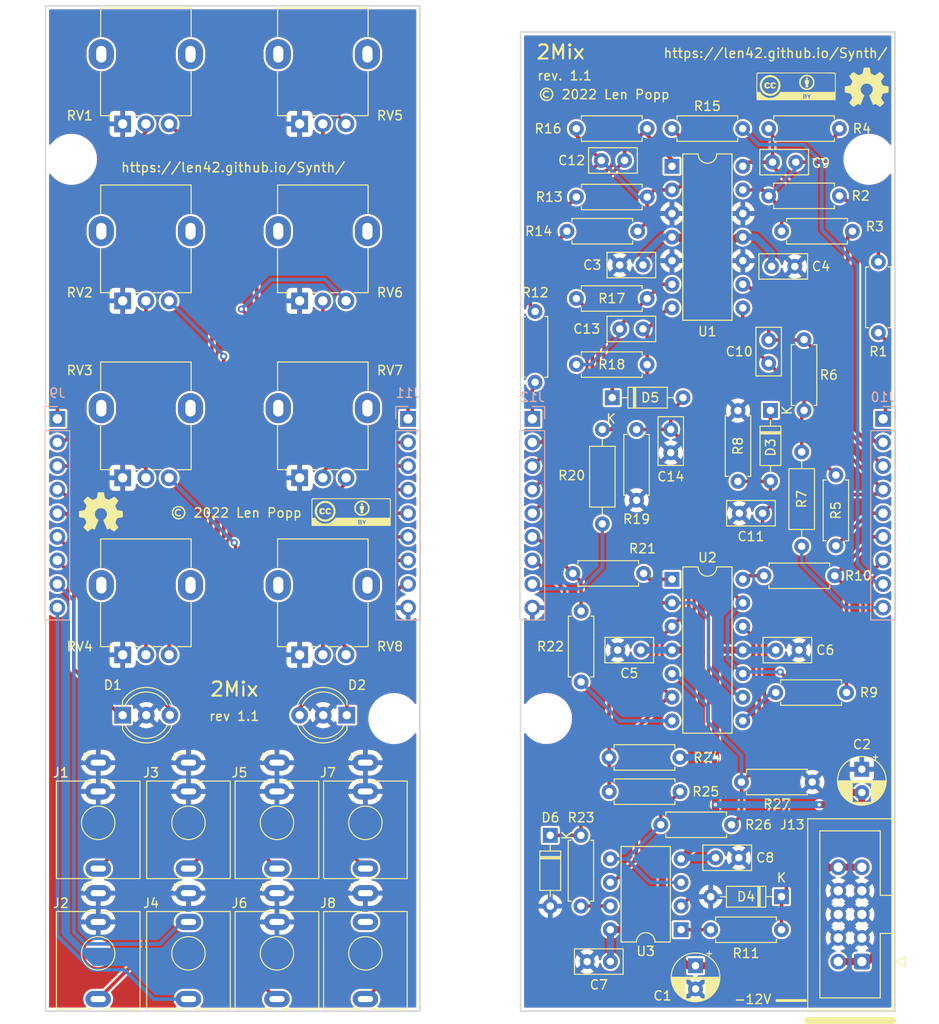
<source format=kicad_pcb>
(kicad_pcb (version 20211014) (generator pcbnew)
  (title_block (title "Eurorack Dual Mixer") (date "2022-06-20") (rev "1.1") (company "Len Popp") (comment 1 "Copyright © 2022 Len Popp CC BY") (comment 2 "Front panel layout matches 8HP Delptronics Module Construction Set") (comment 3 "Board settings comply with requirements of OSH Park https://oshpark.com/") (comment 4 "Eurorack 2-channel 3:1 mixer module - 8HP"))
  (layers (0 "F.Cu" signal) (31 "B.Cu" signal) (36 "B.SilkS" user "B.Silkscreen") (37 "F.SilkS" user "F.Silkscreen") (38 "B.Mask" user) (39 "F.Mask" user) (44 "Edge.Cuts" user))
  (net 0 "")
  (net 1 "+12V")
  (net 2 "GND")
  (net 3 "-12V")
  (net 4 "GAIN-1")
  (net 5 "Net-(C9-Pad1)")
  (net 6 "Net-(C10-Pad2)")
  (net 7 "OUT-1")
  (net 8 "Net-(C10-Pad1)")
  (net 9 "Net-(C11-Pad1)")
  (net 10 "GAIN-2")
  (net 11 "Net-(C12-Pad1)")
  (net 12 "Net-(C13-Pad2)")
  (net 13 "Net-(C13-Pad1)")
  (net 14 "Net-(C14-Pad1)")
  (net 15 "LED-RED-1")
  (net 16 "LED-GREEN-1")
  (net 17 "OUT-2")
  (net 18 "LED-RED-2")
  (net 19 "LED-GREEN-2")
  (net 20 "IN-1-1")
  (net 21 "IN-1-2")
  (net 22 "IN-1-3")
  (net 23 "OUT-1-NORMAL")
  (net 24 "IN-2-1")
  (net 25 "IN-2-2")
  (net 27 "IN-2-3")
  (net 28 "IN-ATTEN-1-1")
  (net 29 "IN-ATTEN-1-2")
  (net 30 "IN-ATTEN-1-3")
  (net 31 "GAIN-ATTEN-1")
  (net 32 "IN-ATTEN-2-1")
  (net 33 "IN-ATTEN-2-2")
  (net 34 "IN-ATTEN-2-3")
  (net 35 "GAIN-ATTEN-2")
  (net 36 "Net-(R9-Pad1)")
  (net 37 "Net-(R10-Pad1)")
  (net 38 "Net-(R11-Pad1)")
  (net 39 "Net-(R21-Pad1)")
  (net 40 "Net-(R22-Pad1)")
  (net 41 "Net-(R23-Pad1)")
  (net 42 "VREF-5")
  (net 43 "VREF-4")
  (net 44 "VREF-LO")
  (footprint "-lmp-misc:CP_Radial_D5.0mm_P2.50mm" (layer "F.Cu") (at 170.307 140.145888 -90)
    (fp_text reference "C1")
    (fp_text value "10U")
  )
  (footprint "-lmp-synth:Jack_3.5mm_QingPu_WQP-PJ398SM_Vertical" (layer "F.Cu") (at 134.7675 132.334)
    (fp_text reference "J8")
    (fp_text value "WQP-PJ398")
  )
  (footprint "-lmp-misc:CP_Radial_D5.0mm_P2.50mm" (layer "F.Cu") (at 188.214 118.999 -90)
    (fp_text reference "C2")
    (fp_text value "10U")
  )
  (footprint "-lmp-synth:Jack_3.5mm_QingPu_WQP-PJ398SM_Vertical" (layer "F.Cu") (at 106 118.2878)
    (fp_text reference "J1")
    (fp_text value "WQP-PJ398")
  )
  (footprint "-lmp-synth:Potentiometer_Alpha_RD901F-40-00D_Single_Vertical" (layer "F.Cu") (at 108.6358 68.58 90)
    (fp_text reference "RV2")
    (fp_text value "100K")
  )
  (footprint "-lmp-synth:Potentiometer_Alpha_RD901F-40-00D_Single_Vertical" (layer "F.Cu") (at 108.6358 106.68 90)
    (fp_text reference "RV4")
    (fp_text value "100K")
  )
  (footprint "-lmp-synth:Potentiometer_Alpha_RD901F-40-00D_Single_Vertical" (layer "F.Cu") (at 127.6858 68.58 90)
    (fp_text reference "RV6")
    (fp_text value "100K")
  )
  (footprint "-lmp-synth:Potentiometer_Alpha_RD901F-40-00D_Single_Vertical" (layer "F.Cu") (at 127.6858 106.68 90)
    (fp_text reference "RV8")
    (fp_text value "100K")
  )
  (footprint "-lmp-synth:Potentiometer_Alpha_RD901F-40-00D_Single_Vertical" (layer "F.Cu") (at 108.6358 87.63 90)
    (fp_text reference "RV3")
    (fp_text value "100K")
  )
  (footprint "-lmp-synth:Potentiometer_Alpha_RD901F-40-00D_Single_Vertical" (layer "F.Cu") (at 108.6358 49.53 90)
    (fp_text reference "RV1")
    (fp_text value "100K")
  )
  (footprint "-lmp-synth:Potentiometer_Alpha_RD901F-40-00D_Single_Vertical" (layer "F.Cu") (at 127.6858 49.53 90)
    (fp_text reference "RV5")
    (fp_text value "100K")
  )
  (footprint "-lmp-misc:Logo_CC_BY" (layer "F.Cu") (at 181.126 45.481)
    (fp_text reference "G1" hide)
    (fp_text value "Logo_CC_BY" hide)
  )
  (footprint "-lmp-holes:MountingHole_PCB_3.2mm_M3" (layer "F.Cu") (at 188.976 53.34)
    (fp_text reference "H4" hide)
    (fp_text value "MountingHole_M3")
  )
  (footprint "-lmp-holes:MountingHole_PCB_3.2mm_M3" (layer "F.Cu") (at 103.124 53.34)
    (fp_text reference "H2" hide)
    (fp_text value "MountingHole_M3")
  )
  (footprint "-lmp-holes:MountingHole_PCB_3.2mm_M3" (layer "F.Cu") (at 137.836 113.538)
    (fp_text reference "H7" hide)
    (fp_text value "MountingHole_M3")
  )
  (footprint "-lmp-holes:MountingHole_PCB_3.2mm_M3" (layer "F.Cu") (at 154.264 113.538)
    (fp_text reference "H9" hide)
    (fp_text value "MountingHole_M3")
  )
  (footprint "-lmp-synth:IDC-Header-Eurorack-10-TH" (layer "F.Cu") (at 188.214 139.7 180)
    (fp_text reference "J13")
    (fp_text value "Conn_Eurorack_10")
  )
  (footprint "-lmp-synth:Jack_3.5mm_QingPu_WQP-PJ398SM_Vertical" (layer "F.Cu") (at 134.7675 118.2878)
    (fp_text reference "J7")
    (fp_text value "WQP-PJ398")
  )
  (footprint "-lmp-synth:Jack_3.5mm_QingPu_WQP-PJ398SM_Vertical" (layer "F.Cu") (at 106 132.334)
    (fp_text reference "J2")
    (fp_text value "WQP-PJ398")
  )
  (footprint "-lmp-misc:Logo_OSHW" (layer "F.Cu") (at 188.746 45.608)
    (fp_text reference "G3" hide)
    (fp_text value "Logo_OSHW" hide)
  )
  (footprint "-lmp-synth:Potentiometer_Alpha_RD901F-40-00D_Single_Vertical" (layer "F.Cu") (at 127.6858 87.63 90)
    (fp_text reference "RV7")
    (fp_text value "100K")
  )
  (footprint "-lmp-misc:Logo_CC_BY" (layer "F.Cu") (at 133.223 91.313)
    (fp_text reference "G2" hide)
    (fp_text value "Logo_CC_BY" hide)
  )
  (footprint "-lmp-misc:Logo_OSHW" (layer "F.Cu") (at 106.299 91.313)
    (fp_text reference "G4" hide)
    (fp_text value "Logo_OSHW" hide)
  )
  (footprint "-lmp-synth:Jack_3.5mm_QingPu_WQP-PJ398SM_Vertical" (layer "F.Cu") (at 125.2425 118.2878)
    (fp_text reference "J5")
    (fp_text value "WQP-PJ398")
  )
  (footprint "-lmp-synth:Jack_3.5mm_QingPu_WQP-PJ398SM_Vertical" (layer "F.Cu") (at 125.2425 132.334)
    (fp_text reference "J6")
    (fp_text value "WQP-PJ398")
  )
  (footprint "-lmp-synth:Jack_3.5mm_QingPu_WQP-PJ398SM_Vertical" (layer "F.Cu") (at 115.7175 118.2878)
    (fp_text reference "J3")
    (fp_text value "WQP-PJ398")
  )
  (footprint "-lmp-synth:Jack_3.5mm_QingPu_WQP-PJ398SM_Vertical" (layer "F.Cu") (at 115.7175 132.334)
    (fp_text reference "J4")
    (fp_text value "WQP-PJ398")
  )
  (footprint "Package_DIP:DIP-14_W7.62mm" (layer "F.Cu") (at 167.777 54.097)
    (fp_text reference "U1")
    (fp_text value "TL074")
  )
  (footprint "-lmp-misc:R_Axial_DIN0207_L6.3mm_D2.5mm_P7.62mm_Horizontal" (layer "F.Cu") (at 161 117.725)
    (fp_text reference "R24")
    (fp_text value "75K")
  )
  (footprint "-lmp-misc:C_Disc_D5.0mm_W2.5mm_P2.50mm" (layer "F.Cu") (at 181.443 106.172 180)
    (fp_text reference "C6")
    (fp_text value "100N")
  )
  (footprint "-lmp-misc:R_Axial_DIN0207_L6.3mm_D2.5mm_P7.62mm_Horizontal" (layer "F.Cu") (at 164.719 97.917 180)
    (fp_text reference "R21")
    (fp_text value "10K")
  )
  (footprint "-lmp-misc:C_Disc_D5.0mm_W2.5mm_P2.50mm" (layer "F.Cu") (at 177.526 91.44 180)
    (fp_text reference "C11")
    (fp_text value "100N")
  )
  (footprint "-lmp-misc:R_Axial_DIN0207_L6.3mm_D2.5mm_P7.62mm_Horizontal" (layer "F.Cu") (at 187.198 61.087 180)
    (fp_text reference "R3")
    (fp_text value "100K")
  )
  (footprint "LED_THT:LED_D5.0mm-3" (layer "F.Cu") (at 132.7658 113.175 180)
    (fp_text reference "D2")
    (fp_text value "LED_Dual_5mm_ACA")
  )
  (footprint "-lmp-misc:R_Axial_DIN0207_L6.3mm_D2.5mm_P7.62mm_Horizontal" (layer "F.Cu") (at 185.801 50.038 180)
    (fp_text reference "R4")
    (fp_text value "100K")
  )
  (footprint "-lmp-misc:C_Disc_D5.0mm_W2.5mm_P2.50mm" (layer "F.Cu") (at 174.966 128.524 180)
    (fp_text reference "C8")
    (fp_text value "100N")
  )
  (footprint "Diode_THT:D_DO-35_SOD27_P7.62mm_Horizontal" (layer "F.Cu") (at 178.375 80.375 -90)
    (fp_text reference "D3")
    (fp_text value "1N5711")
  )
  (footprint "LED_THT:LED_D5.0mm-3" (layer "F.Cu") (at 108.6358 113.175)
    (fp_text reference "D1")
    (fp_text value "LED_Dual_5mm_ACA")
  )
  (footprint "-lmp-misc:R_Axial_DIN0207_L6.3mm_D2.5mm_P7.62mm_Horizontal" (layer "F.Cu") (at 157.48 68.326)
    (fp_text reference "R17")
    (fp_text value "100K")
  )
  (footprint "-lmp-misc:C_Disc_D5.0mm_W2.5mm_P2.50mm" (layer "F.Cu") (at 181 64.875 180)
    (fp_text reference "C4")
    (fp_text value "100N")
  )
  (footprint "Diode_THT:D_DO-35_SOD27_P7.62mm_Horizontal" (layer "F.Cu") (at 154.666 126.111 -90)
    (fp_text reference "D6")
    (fp_text value "1N4148")
  )
  (footprint "-lmp-misc:R_Axial_DIN0207_L6.3mm_D2.5mm_P7.62mm_Horizontal" (layer "F.Cu") (at 157.988 109.601 90)
    (fp_text reference "R22")
    (fp_text value "10K")
  )
  (footprint "Diode_THT:D_DO-35_SOD27_P7.62mm_Horizontal" (layer "F.Cu") (at 161.34 79)
    (fp_text reference "D5")
    (fp_text value "1N5711")
  )
  (footprint "-lmp-misc:C_Disc_D5.0mm_W2.5mm_P2.50mm" (layer "F.Cu") (at 160.167 53.467)
    (fp_text reference "C12")
    (fp_text value "47P")
  )
  (footprint "-lmp-misc:R_Axial_DIN0207_L6.3mm_D2.5mm_P7.62mm_Horizontal" (layer "F.Cu") (at 178.943 110.744)
    (fp_text reference "R9")
    (fp_text value "10K")
  )
  (footprint "-lmp-misc:C_Disc_D5.0mm_W2.5mm_P2.50mm" (layer "F.Cu") (at 162.15 71.6)
    (fp_text reference "C13")
    (fp_text value "47P")
  )
  (footprint "-lmp-misc:R_Axial_DIN0207_L6.3mm_D2.5mm_P10.16mm_Horizontal" (layer "F.Cu") (at 181.737 84.836 -90)
    (fp_text reference "R7")
    (fp_text value "51R")
  )
  (footprint "-lmp-misc:R_Axial_DIN0207_L6.3mm_D2.5mm_P10.16mm_Horizontal" (layer "F.Cu") (at 160.274 82.423 -90)
    (fp_text reference "R19")
    (fp_text value "51R")
  )
  (footprint "Package_DIP:DIP-14_W7.62mm" (layer "F.Cu") (at 167.777 98.547)
    (fp_text reference "U2")
    (fp_text value "TL074")
  )
  (footprint "-lmp-misc:R_Axial_DIN0207_L6.3mm_D2.5mm_P7.62mm_Horizontal" (layer "F.Cu") (at 181.991 72.751 -90)
    (fp_text reference "R6")
    (fp_text value "100K")
  )
  (footprint "-lmp-misc:R_Axial_DIN0207_L6.3mm_D2.5mm_P7.62mm_Horizontal" (layer "F.Cu") (at 156.464 61.087)
    (fp_text reference "R14")
    (fp_text value "100K")
  )
  (footprint "-lmp-misc:R_Axial_DIN0207_L6.3mm_D2.5mm_P7.62mm_Horizontal" (layer "F.Cu") (at 174.879 80.391 -90)
    (fp_text reference "R8")
    (fp_text value "100K")
  )
  (footprint "-lmp-misc:C_Disc_D5.0mm_W2.5mm_P2.50mm" (layer "F.Cu") (at 164.65 64.725 180)
    (fp_text reference "C3")
    (fp_text value "100N")
  )
  (footprint "-lmp-misc:R_Axial_DIN0207_L6.3mm_D2.5mm_P7.62mm_Horizontal" (layer "F.Cu") (at 185.801 57.277 180)
    (fp_text reference "R2")
    (fp_text value "100K")
  )
  (footprint "-lmp-misc:C_Disc_D5.0mm_W2.5mm_P2.50mm" (layer "F.Cu") (at 167.64 82.423 -90)
    (fp_text reference "C14")
    (fp_text value "100N")
  )
  (footprint "-lmp-misc:R_Axial_DIN0207_L6.3mm_D2.5mm_P7.62mm_Horizontal" (layer "F.Cu") (at 175.387 50.038 180)
    (fp_text reference "R15")
    (fp_text value "100K")
  )
  (footprint "-lmp-misc:C_Disc_D5.0mm_W2.5mm_P2.50mm" (layer "F.Cu") (at 181.1 53.65 180)
    (fp_text reference "C9")
    (fp_text value "47P")
  )
  (footprint "Package_DIP:DIP-8_W7.62mm" (layer "F.Cu") (at 168.753 136.261 180)
    (fp_text reference "U3")
    (fp_text value "TL072")
  )
  (footprint "-lmp-misc:R_Axial_DIN0207_L6.3mm_D2.5mm_P7.62mm_Horizontal" (layer "F.Cu") (at 168.636 121.412 180)
    (fp_text reference "R25")
    (fp_text value "11K")
  )
  (footprint "-lmp-misc:R_Axial_DIN0207_L6.3mm_D2.5mm_P7.62mm_Horizontal" (layer "F.Cu") (at 171.938 136.271)
    (fp_text reference "R11")
    (fp_text value "4K7")
  )
  (footprint "-lmp-misc:R_Axial_DIN0207_L6.3mm_D2.5mm_P7.62mm_Horizontal" (layer "F.Cu") (at 157.48 57.404)
    (fp_text reference "R13")
    (fp_text value "100K")
  )
  (footprint "-lmp-misc:R_Axial_DIN0207_L6.3mm_D2.5mm_P7.62mm_Horizontal" (layer "F.Cu") (at 153.035 77.343 90)
    (fp_text reference "R12")
    (fp_text value "100K")
  )
  (footprint "-lmp-misc:R_Axial_DIN0207_L6.3mm_D2.5mm_P7.62mm_Horizontal" (layer "F.Cu") (at 189.992 72.009 90)
    (fp_text reference "R1")
    (fp_text value "100K")
  )
  (footprint "-lmp-misc:R_Axial_DIN0207_L6.3mm_D2.5mm_P7.62mm_Horizontal" (layer "F.Cu") (at 182.875 120.375 180)
    (fp_text reference "R27")
    (fp_text value "200R")
  )
  (footprint "-lmp-misc:C_Disc_D5.0mm_W2.5mm_P2.50mm" (layer "F.Cu") (at 178.181 72.791 -90)
    (fp_text reference "C10")
    (fp_text value "47P")
  )
  (footprint "-lmp-misc:R_Axial_DIN0207_L6.3mm_D2.5mm_P7.62mm_Horizontal" (layer "F.Cu") (at 157.48 50.038)
    (fp_text reference "R16")
    (fp_text value "100K")
  )
  (footprint "-lmp-misc:R_Axial_DIN0207_L6.3mm_D2.5mm_P7.62mm_Horizontal" (layer "F.Cu") (at 177.673 98.171)
    (fp_text reference "R10")
    (fp_text value "10K")
  )
  (footprint "-lmp-misc:R_Axial_DIN0207_L6.3mm_D2.5mm_P7.62mm_Horizontal" (layer "F.Cu") (at 157.48 75.438)
    (fp_text reference "R18")
    (fp_text value "100K")
  )
  (footprint "-lmp-misc:R_Axial_DIN0207_L6.3mm_D2.5mm_P7.62mm_Horizontal" (layer "F.Cu") (at 185.42 94.9452 90)
    (fp_text reference "R5")
    (fp_text value "100K")
  )
  (footprint "-lmp-misc:R_Axial_DIN0207_L6.3mm_D2.5mm_P7.62mm_Horizontal" (layer "F.Cu") (at 174.185 124.975 180)
    (fp_text reference "R26")
    (fp_text value "36K")
  )
  (footprint "Diode_THT:D_DO-35_SOD27_P7.62mm_Horizontal" (layer "F.Cu") (at 179.558 132.715 180)
    (fp_text reference "D4")
    (fp_text value "1N4148")
  )
  (footprint "-lmp-misc:R_Axial_DIN0207_L6.3mm_D2.5mm_P7.62mm_Horizontal" (layer "F.Cu") (at 163.957 90.043 90)
    (fp_text reference "R20")
    (fp_text value "100K")
  )
  (footprint "-lmp-misc:C_Disc_D5.0mm_W2.5mm_P2.50mm" (layer "F.Cu") (at 161.143 139.7 180)
    (fp_text reference "C7")
    (fp_text value "100N")
  )
  (footprint "-lmp-misc:R_Axial_DIN0207_L6.3mm_D2.5mm_P7.62mm_Horizontal" (layer "F.Cu") (at 157.968 133.731 90)
    (fp_text reference "R23")
    (fp_text value "4K7")
  )
  (footprint "-lmp-misc:C_Disc_D5.0mm_W2.5mm_P2.50mm" (layer "F.Cu") (at 164.425 106.172 180)
    (fp_text reference "C5")
    (fp_text value "100N")
  )
  (footprint "Connector_PinSocket_2.54mm:PinSocket_1x09_P2.54mm_Vertical" (layer "B.Cu") (at 101.6 81.28 180)
    (fp_text reference "J9")
    (fp_text value "Conn_PCB_Front")
  )
  (footprint "Connector_PinSocket_2.54mm:PinSocket_1x09_P2.54mm_Vertical" (layer "B.Cu") (at 139.36 81.28 180)
    (fp_text reference "J11")
    (fp_text value "Conn_PCB_Front")
  )
  (footprint "Connector_PinHeader_2.54mm:PinHeader_1x09_P2.54mm_Vertical" (layer "B.Cu") (at 190.5 81.28 180)
    (fp_text reference "J10")
    (fp_text value "Conn_PCB_Back")
  )
  (footprint "Connector_PinHeader_2.54mm:PinHeader_1x09_P2.54mm_Vertical" (layer "B.Cu") (at 152.74 81.28 180)
    (fp_text reference "J12")
    (fp_text value "Conn_PCB_Back")
  )
  (gr_line (start 182.1434 143.891) (end 179.07 143.891) (layer "F.SilkS") (width 0.3048))
  (gr_line (start 151.470004 145.034) (end 151.470004 39.639) (layer "Edge.Cuts") (width 0.1524))
  (gr_line (start 151.470004 39.639) (end 191.77 39.639) (layer "Edge.Cuts") (width 0.1524))
  (gr_line (start 140.629996 36.83) (end 140.629996 145.034) (layer "Edge.Cuts") (width 0.1524))
  (gr_line (start 140.629996 145.034) (end 100.33 145.034) (layer "Edge.Cuts") (width 0.1524))
  (gr_line (start 100.33 36.83) (end 140.629996 36.83) (layer "Edge.Cuts") (width 0.1524))
  (gr_line (start 191.77 145.034) (end 151.470004 145.034) (layer "Edge.Cuts") (width 0.1524))
  (gr_line (start 191.77 39.639) (end 191.77 145.034) (layer "Edge.Cuts") (width 0.1524))
  (gr_line (start 100.33 145.034) (end 100.33 36.83) (layer "Edge.Cuts") (width 0.1524))
  (gr_text "© 2022 Len Popp" (at 153.313 46.37) (layer "F.SilkS") (effects (font (size 1 1)) (justify left)))
  (gr_text "-12V" (at 178.562 143.764) (layer "F.SilkS") (effects (font (size 1 1)) (justify right)))
  (gr_text "2Mix" (at 153.059 41.798) (layer "F.SilkS") (effects (font (size 1.524 1.524) (thickness 0.2286)) (justify left)))
  (gr_text "2Mix" (at 120.65 110.38) (layer "F.SilkS") (effects (font (size 1.524 1.524) (thickness 0.2286))))
  (gr_text "rev ${REVISION}" (at 120.65 113.284) (layer "F.SilkS") (effects (font (size 1 1))))
  (gr_text "© 2022 Len Popp" (at 113.7 91.4) (layer "F.SilkS") (effects (font (size 1 1)) (justify left)))
  (gr_text "https://len42.github.io/Synth/" (at 166.775 41.925) (layer "F.SilkS") (effects (font (size 1.016 1.016) (thickness 0.1524)) (justify left)))
  (gr_text "rev. ${REVISION}" (at 153.186 44.338) (layer "F.SilkS") (effects (font (size 1 1)) (justify left)))
  (gr_text "https://len42.github.io/Synth/" (at 120.523 54.229) (layer "F.SilkS") (effects (font (size 1.016 1.016) (thickness 0.1524))))
  (segment (start 182.499 136.739) (end 182.499 131.786) (width 0.762) (layer "F.Cu") (net 1))
  (segment (start 179.092112 140.145888) (end 182.499 136.739) (width 0.762) (layer "F.Cu") (net 1))
  (segment (start 170.942 106.426) (end 170.942 123.297) (width 0.762) (layer "F.Cu") (net 1))
  (segment (start 185.674 129.54) (end 188.214 129.54) (width 0.762) (layer "F.Cu") (net 1))
  (segment (start 170.683 106.167) (end 170.942 106.426) (width 0.762) (layer "F.Cu") (net 1))
  (segment (start 184.745 129.54) (end 185.674 129.54) (width 0.762) (layer "F.Cu") (net 1))
  (segment (start 170.307 140.145888) (end 179.092112 140.145888) (width 0.762) (layer "F.Cu") (net 1))
  (segment (start 170.942 64.092) (end 168.567 61.717) (width 0.762) (layer "F.Cu") (net 1))
  (segment (start 166.233 136.261) (end 161.133 136.261) (width 0.762) (layer "F.Cu") (net 1))
  (segment (start 166.731 137.414) (end 166.731 127.508) (width 0.762) (layer "F.Cu") (net 1))
  (segment (start 168.567 61.717) (end 167.777 61.717) (width 0.762) (layer "F.Cu") (net 1))
  (segment (start 166.243 136.271) (end 166.233 136.261) (width 0.762) (layer "F.Cu") (net 1))
  (segment (start 170.942 106.426) (end 170.942 64.092) (width 0.762) (layer "F.Cu") (net 1))
  (segment (start 167.777 106.167) (end 170.683 106.167) (width 0.762) (layer "F.Cu") (net 1))
  (segment (start 166.731 127.508) (end 170.942 123.297) (width 0.762) (layer "F.Cu") (net 1))
  (segment (start 170.307 140.145888) (end 169.462888 140.145888) (width 0.762) (layer "F.Cu") (net 1))
  (segment (start 182.499 131.786) (end 184.745 129.54) (width 0.762) (layer "F.Cu") (net 1))
  (segment (start 169.462888 140.145888) (end 166.731 137.414) (width 0.762) (layer "F.Cu") (net 1))
  (segment (start 166.708 61.717) (end 167.777 61.717) (width 0.762) (layer "B.Cu") (net 1))
  (segment (start 167.777 106.167) (end 164.577 106.167) (width 0.762) (layer "B.Cu") (net 1))
  (segment (start 164.65 63.775) (end 166.708 61.717) (width 0.762) (layer "B.Cu") (net 1))
  (segment (start 161.143 139.7) (end 161.143 136.271) (width 0.762) (layer "B.Cu") (net 1))
  (segment (start 164.65 64.725) (end 164.65 63.775) (width 0.762) (layer "B.Cu") (net 1))
  (segment (start 172.466 122.789) (end 172.446 122.809) (width 0.762) (layer "F.Cu") (net 3))
  (segment (start 183.622 122.809) (end 185.293 122.809) (width 0.762) (layer "F.Cu") (net 3))
  (segment (start 172.466 64.009) (end 174.758 61.717) (width 0.762) (layer "F.Cu") (net 3))
  (segment (start 185.293 122.809) (end 186.603 121.499) (width 0.762) (layer "F.Cu") (net 3))
  (segment (start 186.603 121.499) (end 188.214 121.499) (width 0.762) (layer "F.Cu") (net 3))
  (segment (start 172.446 124.948) (end 172.446 122.809) (width 0.762) (layer "F.Cu") (net 3))
  (segment (start 188.214 139.7) (end 188.849 139.7) (width 0.762) (layer "F.Cu") (net 3))
  (segment (start 174.758 61.717) (end 175.397 61.717) (width 0.762) (layer "F.Cu") (net 3))
  (segment (start 190.5 138.049) (end 190.5 126.365) (width 0.762) (layer "F.Cu") (net 3))
  (segment (start 185.674 139.7) (end 188.214 139.7) (width 0.762) (layer "F.Cu") (net 3))
  (segment (start 188.214 121.499) (end 188.214 124.079) (width 0.762) (layer "F.Cu") (net 3))
  (segment (start 172.466 117.716) (end 172.466 122.789) (width 0.762) (layer "F.Cu") (net 3))
  (segment (start 172.466 117.716) (end 172.466 64.009) (width 0.762) (layer "F.Cu") (net 3))
  (segment (start 172.466 106.172) (end 172.466 123.952) (width 0.762) (layer "F.Cu") (net 3))
  (segment (start 188.214 124.079) (end 190.5 126.365) (width 0.762) (layer "F.Cu") (net 3))
  (segment (start 168.753 128.641) (end 172.446 124.948) (width 0.762) (layer "F.Cu") (net 3))
  (segment (start 188.849 139.7) (end 190.5 138.049) (width 0.762) (layer "F.Cu") (net 3))
  (segment (start 175.397 106.167) (end 172.471 106.167) (width 0.762) (layer "F.Cu") (net 3))
  (segment (start 172.471 106.167) (end 172.466 106.172) (width 0.762) (layer "F.Cu") (net 3))
  (via (at 172.466 117.716) (size 0.762) (drill 0.381) (layers "F.Cu" "B.Cu") (net 3))
  (via (at 183.622 122.809) (size 0.762) (drill 0.381) (layers "F.Cu" "B.Cu") (net 3))
  (via (at 172.446 122.809) (size 0.762) (drill 0.381) (layers "F.Cu" "B.Cu") (net 3))
  (segment (start 178.5 63.425) (end 178.5 64.875) (width 0.762) (layer "B.Cu") (net 3))
  (segment (start 176.792 61.717) (end 178.5 63.425) (width 0.762) (layer "B.Cu") (net 3))
  (segment (start 172.466 128.524) (end 168.87 128.524) (width 0.762) (layer "B.Cu") (net 3))
  (segment (start 168.62 117.725) (end 172.457 117.725) (width 0.762) (layer "B.Cu") (net 3))
  (segment (start 172.446 122.809) (end 183.622 122.809) (width 0.762) (layer "B.Cu") (net 3))
  (segment (start 175.397 61.717) (end 176.792 61.717) (width 0.762) (layer "B.Cu") (net 3))
  (segment (start 178.943 106.172) (end 175.402 106.172) (width 0.762) (layer "B.Cu") (net 3))
  (segment (start 172.457 117.725) (end 172.466 117.716) (width 0.762) (layer "B.Cu") (net 3))
  (segment (start 189.25 89.375) (end 190.025 89.375) (width 0.381) (layer "F.Cu") (net 4))
  (segment (start 113.6358 100.6818) (end 101.854 88.9) (width 0.381) (layer "F.Cu") (net 4))
  (segment (start 178.6 53.65) (end 175.844 53.65) (width 0.381) (layer "F.Cu") (net 4))
  (segment (start 190.025 89.375) (end 190.5 88.9) (width 0.381) (layer "F.Cu") (net 4))
  (segment (start 185.0136 83.4136) (end 190.5 88.9) (width 0.381) (layer "F.Cu") (net 4))
  (segment (start 185.0136 64.9136) (end 185.0136 83.4136) (width 0.381) (layer "F.Cu") (net 4))
  (segment (start 189.2 89.425) (end 189.25 89.375) (width 0.381) (layer "F.Cu") (net 4))
  (segment (start 113.6358 106.68) (end 113.6358 100.6818) (width 0.381) (layer "F.Cu") (net 4))
  (segment (start 178.375 80.375) (end 178.375 85) (width 0.381) (layer "F.Cu") (net 4))
  (segment (start 182.8 89.425) (end 189.2 89.425) (width 0.381) (layer "F.Cu") (net 4))
  (segment (start 178.375 85) (end 182.8 89.425) (width 0.381) (layer "F.Cu") (net 4))
  (segment (start 178.6 54.075) (end 182.274363 57.749363) (width 0.381) (layer "F.Cu") (net 4))
  (segment (start 182.274363 62.174363) (end 185.0136 64.9136) (width 0.381) (layer "F.Cu") (net 4))
  (segment (start 178.6 53.65) (end 178.6 50.457) (width 0.381) (layer "F.Cu") (net 4))
  (segment (start 182.274363 57.749363) (end 182.274363 62.174363) (width 0.381) (layer "F.Cu") (net 4))
  (segment (start 175.844 53.65) (end 175.397 54.097) (width 0.381) (layer "F.Cu") (net 4))
  (segment (start 181.1 53.65) (end 184.567498 53.65) (width 0.381) (layer "F.Cu") (net 5))
  (segment (start 179.578 58.674) (end 178.181 57.277) (width 0.381) (layer "F.Cu") (net 5))
  (segment (start 189.992 64.389) (end 189.992 59.074501) (width 0.381) (layer "F.Cu") (net 5))
  (segment (start 177.541 56.637) (end 175.397 56.637) (width 0.381) (layer "F.Cu") (net 5))
  (segment (start 185.35 50.489) (end 185.801 50.038) (width 0.381) (layer "F.Cu") (net 5))
  (segment (start 184.567498 53.65) (end 185.35 52.867498) (width 0.381) (layer "F.Cu") (net 5))
  (segment (start 185.35 52.867498) (end 185.35 50.489) (width 0.381) (layer "F.Cu") (net 5))
  (segment (start 178.181 57.277) (end 177.541 56.637) (width 0.381) (layer "F.Cu") (net 5))
  (segment (start 179.578 61.087) (end 179.578 58.674) (width 0.381) (layer "F.Cu") (net 5))
  (segment (start 184.567498 53.65) (end 189.992 59.074501) (width 0.381) (layer "F.Cu") (net 5))
  (segment (start 181.1 54.358) (end 181.1 53.65) (width 0.381) (layer "B.Cu") (net 5))
  (segment (start 178.181 57.277) (end 181.1 54.358) (width 0.381) (layer "B.Cu") (net 5))
  (segment (start 181.737 84.836) (end 181.737 80.625) (width 0.381) (layer "F.Cu") (net 6))
  (segment (start 181.991 79.101) (end 178.181 75.291) (width 0.381) (layer "F.Cu") (net 6))
  (segment (start 175.397 72.507) (end 178.181 75.291) (width 0.381) (layer "F.Cu") (net 6))
  (segment (start 181.991 80.371) (end 181.991 79.101) (width 0.381) (layer "F.Cu") (net 6))
  (segment (start 175.397 69.337) (end 175.397 72.507) (width 0.381) (layer "F.Cu") (net 6))
  (segment (start 108.824866 140.589) (end 105.283 140.589) (width 0.381) (layer "B.Cu") (net 7))
  (segment (start 111.969866 143.734) (end 108.824866 140.589) (width 0.381) (layer "B.Cu") (net 7))
  (segment (start 105.283 140.589) (end 101.6 136.906) (width 0.381) (layer "B.Cu") (net 7))
  (segment (start 186.436 101.6) (end 190.5 101.6) (width 0.381) (layer "B.Cu") (net 7))
  (segment (start 181.737 94.996) (end 181.737 96.901) (width 0.381) (layer "B.Cu") (net 7))
  (segment (start 101.6 136.906) (end 101.6 101.6) (width 0.381) (layer "B.Cu") (net 7))
  (segment (start 181.737 96.901) (end 186.436 101.6) (width 0.381) (layer "B.Cu") (net 7))
  (segment (start 115.7175 143.734) (end 111.969866 143.734) (width 0.381) (layer "B.Cu") (net 7))
  (segment (start 183.7944 74.5544) (end 181.991 72.751) (width 0.381) (layer "F.Cu") (net 8))
  (segment (start 183.7944 85.6996) (end 183.7944 74.5544) (width 0.381) (layer "F.Cu") (net 8))
  (segment (start 175.797 66.797) (end 178.181 69.181) (width 0.381) (layer "F.Cu") (net 8))
  (segment (start 178.181 72.791) (end 181.951 72.791) (width 0.381) (layer "F.Cu") (net 8))
  (segment (start 185.42 87.3252) (end 183.7944 85.6996) (width 0.381) (layer "F.Cu") (net 8))
  (segment (start 178.181 69.181) (end 178.181 72.791) (width 0.381) (layer "F.Cu") (net 8))
  (segment (start 175.225 130.575) (end 171.899 130.575) (width 0.381) (layer "F.Cu") (net 9))
  (segment (start 173.736 96.4184) (end 173.736 99.426) (width 0.381) (layer "F.Cu") (net 9))
  (segment (start 177.526 91.44) (end 177.526 92.6284) (width 0.381) (layer "F.Cu") (net 9))
  (segment (start 180.8 111.6) (end 178.5 113.9) (width 0.381) (layer "F.Cu") (net 9))
  (segment (start 178.375 90.591) (end 178.375 87.995) (width 0.381) (layer "F.Cu") (net 9))
  (segment (start 171.899 130.575) (end 168.753 133.721) (width 0.381) (layer "F.Cu") (net 9))
  (segment (start 179.425 108.525) (end 180.8 109.9) (width 0.381) (layer "F.Cu") (net 9))
  (segment (start 178.5 127.3) (end 175.225 130.575) (width 0.381) (layer "F.Cu") (net 9))
  (segment (start 180.8 109.9) (end 180.8 111.6) (width 0.381) (layer "F.Cu") (net 9))
  (segment (start 177.526 91.44) (end 178.375 90.591) (width 0.381) (layer "F.Cu") (net 9))
  (segment (start 178.5 113.9) (end 178.5 127.3) (width 0.381) (layer "F.Cu") (net 9))
  (segment (start 174.879 88.011) (end 178.359 88.011) (width 0.381) (layer "F.Cu") (net 9))
  (segment (start 173.736 99.426) (end 175.397 101.087) (width 0.381) (layer "F.Cu") (net 9))
  (segment (start 177.526 92.6284) (end 173.736 96.4184) (width 0.381) (layer "F.Cu") (net 9))
  (via (at 179.425 108.525) (size 0.762) (drill 0.381) (layers "F.Cu" "B.Cu") (net 9))
  (segment (start 175.307 108.707) (end 173.75 107.15) (width 0.381) (layer "B.Cu") (net 9))
  (segment (start 173.75 102.734) (end 175.397 101.087) (width 0.381) (layer "B.Cu") (net 9))
  (segment (start 173.75 107.15) (end 173.75 102.734) (width 0.381) (layer "B.Cu") (net 9))
  (segment (start 179.425 108.525) (end 175.579 108.525) (width 0.381) (layer "B.Cu") (net 9))
  (segment (start 165.1 50.725) (end 165.1 50.038) (width 0.381) (layer "F.Cu") (net 10))
  (segment (start 132.6858 105.8888) (end 130.175 103.378) (width 0.381) (layer "F.Cu") (net 10))
  (segment (start 152.74 91.44) (end 158.496 85.684) (width 0.381) (layer "F.Cu") (net 10))
  (segment (start 135.89 91.44) (end 139.36 91.44) (width 0.381) (layer "F.Cu") (net 10))
  (segment (start 158.496 85.684) (end 158.496 78.954) (width 0.381) (layer "F.Cu") (net 10))
  (segment (start 132.6858 106.68) (end 132.6858 105.8888) (width 0.381) (layer "F.Cu") (net 10))
  (segment (start 160.45 55.704) (end 162.667 53.487) (width 0.381) (layer "F.Cu") (net 10))
  (segment (start 130.175 97.155) (end 135.89 91.44) (width 0.381) (layer "F.Cu") (net 10))
  (segment (start 161.34 77.734) (end 160.528 76.922) (width 0.381) (layer "F.Cu") (net 10))
  (segment (start 161.34 79) (end 161.34 77.734) (width 0.381) (layer "F.Cu") (net 10))
  (segment (start 167.777 54.097) (end 167.777 53.402) (width 0.381) (layer "F.Cu") (net 10))
  (segment (start 158.496 78.954) (end 160.528 76.922) (width 0.381) (layer "F.Cu") (net 10))
  (segment (start 162.667 52.471) (end 162.667 53.467) (width 0.381) (layer "F.Cu") (net 10))
  (segment (start 160.45 76.844) (end 160.45 55.704) (width 0.381) (layer "F.Cu") (net 10))
  (segment (start 165.1 50.038) (end 162.667 52.471) (width 0.381) (layer "F.Cu") (net 10))
  (segment (start 160.528 76.922) (end 160.45 76.844) (width 0.381) (layer "F.Cu") (net 10))
  (segment (start 130.175 103.378) (end 130.175 97.155) (width 0.381) (layer "F.Cu") (net 10))
  (segment (start 167.777 53.402) (end 165.1 50.725) (width 0.381) (layer "F.Cu") (net 10))
  (segment (start 169.291 55.626) (end 169.291 51.562) (width 0.381) (layer "F.Cu") (net 11))
  (segment (start 165.867 56.637) (end 167.777 56.637) (width 0.381) (layer "F.Cu") (net 11))
  (segment (start 165.1 60.071) (end 164.084 61.087) (width 0.381) (layer "F.Cu") (net 11))
  (segment (start 152.527 69.215) (end 153.035 69.723) (width 0.381) (layer "F.Cu") (net 11))
  (segment (start 157.48 50.78) (end 157.48 50.038) (width 0.381) (layer "F.Cu") (net 11))
  (segment (start 160.167 53.467) (end 158.135 55.499) (width 0.381) (layer "F.Cu") (net 11))
  (segment (start 169.291 51.562) (end 167.767 50.038) (width 0.381) (layer "F.Cu") (net 11))
  (segment (start 165.1 57.404) (end 165.1 60.071) (width 0.381) (layer "F.Cu") (net 11))
  (segment (start 152.527 59.944) (end 152.527 69.215) (width 0.381) (layer "F.Cu") (net 11))
  (segment (start 168.275 56.642) (end 169.291 55.626) (width 0.381) (layer "F.Cu") (net 11))
  (segment (start 165.1 57.404) (end 165.867 56.637) (width 0.381) (layer "F.Cu") (net 11))
  (segment (start 156.972 55.499) (end 152.527 59.944) (width 0.381) (layer "F.Cu") (net 11))
  (segment (start 160.167 53.467) (end 157.48 50.78) (width 0.381) (layer "F.Cu") (net 11))
  (segment (start 158.135 55.499) (end 156.972 55.499) (width 0.381) (layer "F.Cu") (net 11))
  (segment (start 164.104 57.404) (end 165.1 57.404) (width 0.381) (layer "B.Cu") (net 11))
  (segment (start 160.167 53.467) (end 164.104 57.404) (width 0.381) (layer "B.Cu") (net 11))
  (segment (start 165.1 75.438) (end 165.1 71.668) (width 0.381) (layer "F.Cu") (net 12))
  (segment (start 167.388 69.337) (end 165.125 71.6) (width 0.381) (layer "F.Cu") (net 12))
  (segment (start 160.274 82.423) (end 161.177 82.423) (width 0.381) (layer "F.Cu") (net 12))
  (segment (start 161.177 82.423) (end 165.1 78.5) (width 0.381) (layer "F.Cu") (net 12))
  (segment (start 165.1 78.5) (end 165.1 75.438) (width 0.381) (layer "F.Cu") (net 12))
  (segment (start 165.1 68.326) (end 166.629 66.797) (width 0.381) (layer "F.Cu") (net 13))
  (segment (start 165.1 68.326) (end 162.56 70.866) (width 0.381) (layer "F.Cu") (net 13))
  (segment (start 166.629 66.797) (end 167.777 66.797) (width 0.381) (layer "F.Cu") (net 13))
  (segment (start 162.56 70.866) (end 162.56 71.882) (width 0.381) (layer "F.Cu") (net 13))
  (segment (start 157.48 75.438) (end 159.004 75.438) (width 0.381) (layer "B.Cu") (net 13))
  (segment (start 159.004 75.438) (end 162.56 71.882) (width 0.381) (layer "B.Cu") (net 13))
  (segment (start 163.937 128.651) (end 163.937 114.663) (width 0.381) (layer "F.Cu") (net 14))
  (segment (start 169.575 101.829) (end 169.575 84.358) (width 0.381) (layer "F.Cu") (net 14))
  (segment (start 169.575 84.358) (end 167.64 82.423) (width 0.381) (layer "F.Cu") (net 14))
  (segment (start 167.777 103.627) (end 169.575 101.829) (width 0.381) (layer "F.Cu") (net 14))
  (segment (start 161.407 131.181) (end 163.937 128.651) (width 0.381) (layer "F.Cu") (net 14))
  (segment (start 163.937 114.663) (end 167.353 111.247) (width 0.381) (layer "F.Cu") (net 14))
  (segment (start 167.64 82.423) (end 167.64 80.518) (width 0.381) (layer "F.Cu") (net 14))
  (segment (start 166.125 105.279) (end 167.777 103.627) (width 0.381) (layer "F.Cu") (net 14))
  (segment (start 167.777 111.247) (end 166.125 109.595) (width 0.381) (layer "F.Cu") (net 14))
  (segment (start 166.125 109.595) (end 166.125 105.279) (width 0.381) (layer "F.Cu") (net 14))
  (segment (start 167.64 82.423) (end 163.957 82.423) (width 0.381) (layer "F.Cu") (net 14))
  (segment (start 167.64 80.518) (end 169.037 79.121) (width 0.381) (layer "F.Cu") (net 14))
  (segment (start 108.35 113.175) (end 103.378 108.203) (width 0.381) (layer "F.Cu") (net 15))
  (segment (start 103.378 108.203) (end 103.378 98.298) (width 0.381) (layer "F.Cu") (net 15))
  (segment (start 103.378 98.298) (end 101.6 96.52) (width 0.381) (layer "F.Cu") (net 15))
  (segment (start 179.558 132.715) (end 179.558 136.271) (width 0.381) (layer "F.Cu") (net 15))
  (segment (start 190.5 96.52) (end 188.341 98.679) (width 0.381) (layer "F.Cu") (net 15))
  (segment (start 180.086 132.187) (end 180.086 120.015) (width 0.381) (layer "F.Cu") (net 15))
  (segment (start 188.341 98.679) (end 188.341 111.76) (width 0.381) (layer "F.Cu") (net 15))
  (segment (start 180.086 120.015) (end 188.341 111.76) (width 0.381) (layer "F.Cu") (net 15))
  (segment (start 189.484 93.98) (end 190.5 93.98) (width 0.381) (layer "F.Cu") (net 16))
  (segment (start 186.563 99.441) (end 185.293 98.171) (width 0.381) (layer "F.Cu") (net 16))
  (segment (start 104.267 106.045) (end 104.267 96.647) (width 0.381) (layer "F.Cu") (net 16))
  (segment (start 107.95 109.728) (end 104.267 106.045) (width 0.381) (layer "F.Cu") (net 16))
  (segment (start 110.978 109.728) (end 107.95 109.728) (width 0.381) (layer "F.Cu") (net 16))
  (segment (start 186.563 110.744) (end 186.563 99.441) (width 0.381) (layer "F.Cu") (net 16))
  (segment (start 104.267 96.647) (end 101.6 93.98) (width 0.381) (layer "F.Cu") (net 16))
  (segment (start 185.293 98.171) (end 189.484 93.98) (width 0.381) (layer "F.Cu") (net 16))
  (segment (start 113.7158 112.4658) (end 110.978 109.728) (width 0.381) (layer "F.Cu") (net 16))
  (segment (start 137.287 109.093) (end 137.287 100.6475) (width 0.381) (layer "F.Cu") (net 17))
  (segment (start 137.668 140.8335) (end 137.668 117.729) (width 0.381) (layer "F.Cu") (net 17))
  (segment (start 134.7675 143.734) (end 137.668 140.8335) (width 0.381) (layer "F.Cu") (net 17))
  (segment (start 137.668 117.729) (end 134.747 114.808) (width 0.381) (layer "F.Cu") (net 17))
  (segment (start 137.287 100.6475) (end 138.8745 99.06) (width 0.381) (layer "F.Cu") (net 17))
  (segment (start 134.747 114.808) (end 134.747 111.633) (width 0.381) (layer "F.Cu") (net 17))
  (segment (start 134.747 111.633) (end 137.287 109.093) (width 0.381) (layer "F.Cu") (net 17))
  (segment (start 157.988 99.568) (end 160.274 97.282) (width 0.381) (layer "B.Cu") (net 17))
  (segment (start 152.74 99.06) (end 153.248 99.568) (width 0.381) (layer "B.Cu") (net 17))
  (segment (start 160.274 92.583) (end 160.274 97.282) (width 0.381) (layer "B.Cu") (net 17))
  (segment (start 153.248 99.568) (end 157.988 99.568) (width 0.381) (layer "B.Cu") (net 17))
  (segment (start 135.89 108.204) (end 135.89 103.759) (width 0.381) (layer "F.Cu") (net 18))
  (segment (start 132.588 100.457) (end 132.588 98.044) (width 0.381) (layer "F.Cu") (net 18))
  (segment (start 156.21 110.49) (end 157.968 112.248) (width 0.381) (layer "F.Cu") (net 18))
  (segment (start 156.21 110.49) (end 156.21 99.695) (width 0.381) (layer "F.Cu") (net 18))
  (segment (start 132.588 98.044) (end 134.112 96.52) (width 0.381) (layer "F.Cu") (net 18))
  (segment (start 132.7658 113.175) (end 132.7658 111.3282) (width 0.381) (layer "F.Cu") (net 18))
  (segment (start 135.89 103.759) (end 132.588 100.457) (width 0.381) (layer "F.Cu") (net 18))
  (segment (start 132.7658 111.3282) (end 135.89 108.204) (width 0.381) (layer "F.Cu") (net 18))
  (segment (start 157.968 126.111) (end 154.666 126.111) (width 0.381) (layer "F.Cu") (net 18))
  (segment (start 134.112 96.52) (end 139.36 96.52) (width 0.381) (layer "F.Cu") (net 18))
  (segment (start 157.968 112.248) (end 157.968 126.111) (width 0.381) (layer "F.Cu") (net 18))
  (segment (start 156.21 99.695) (end 153.035 96.52) (width 0.381) (layer "F.Cu") (net 18))
  (segment (start 130.093 109.982) (end 132.207 109.982) (width 0.381) (layer "F.Cu") (net 19))
  (segment (start 131.318 97.536) (end 134.874 93.98) (width 0.381) (layer "F.Cu") (net 19))
  (segment (start 127.6858 112.3892) (end 130.093 109.982) (width 0.381) (layer "F.Cu") (net 19))
  (segment (start 134.442005 104.470005) (end 131.318 101.346) (width 0.381) (layer "F.Cu") (net 19))
  (segment (start 134.874 93.98) (end 139.36 93.98) (width 0.381) (layer "F.Cu") (net 19))
  (segment (start 157.988 101.981) (end 157.988 98.806) (width 0.381) (layer "F.Cu") (net 19))
  (segment (start 131.318 101.346) (end 131.318 97.536) (width 0.381) (layer "F.Cu") (net 19))
  (segment (start 157.988 98.806) (end 157.099 97.917) (width 0.381) (layer "F.Cu") (net 19))
  (segment (start 134.442005 107.746995) (end 134.442005 104.470005) (width 0.381) (layer "F.Cu") (net 19))
  (segment (start 157.099 97.917) (end 153.162 93.98) (width 0.381) (layer "F.Cu") (net 19))
  (segment (start 132.207 109.982) (end 134.442005 107.746995) (width 0.381) (layer "F.Cu") (net 19))
  (segment (start 127.6858 113.175) (end 127.6858 112.3892) (width 0.381) (layer "F.Cu") (net 19))
  (segment (start 118.237 82.423) (end 118.237 54.1312) (width 0.381) (layer "F.Cu") (net 20))
  (segment (start 109.347 120.777) (end 118.237 111.887) (width 0.381) (layer "F.Cu") (net 20))
  (segment (start 118.11 96.012) (end 118.11 82.55) (width 0.381) (layer "F.Cu") (net 20))
  (segment (start 118.11 82.55) (end 118.237 82.423) (width 0.381) (layer "F.Cu") (net 20))
  (segment (start 106.0242 129.6878) (end 109.347 126.365) (width 0.381) (layer "F.Cu") (net 20))
  (segment (start 118.237 96.139) (end 118.11 96.012) (width 0.381) (layer "F.Cu") (net 20))
  (segment (start 109.347 126.365) (end 109.347 120.777) (width 0.381) (layer "F.Cu") (net 20))
  (segment (start 118.237 54.1312) (end 113.6358 49.53) (width 0.381) (layer "F.Cu") (net 20))
  (segment (start 118.237 111.887) (end 118.237 96.139) (width 0.381) (layer "F.Cu") (net 20))
  (segment (start 118.364 115.316) (end 119.634 114.046) (width 0.381) (layer "F.Cu") (net 21))
  (segment (start 119.634 95.377) (end 119.253 94.996) (width 0.381) (layer "F.Cu") (net 21))
  (segment (start 118.364 124.968) (end 118.364 115.316) (width 0.381) (layer "F.Cu") (net 21))
  (segment (start 113.411 127.635) (end 115.697 127.635) (width 0.381) (layer "F.Cu") (net 21))
  (segment (start 106 143.734) (end 110.871 138.863) (width 0.381) (layer "F.Cu") (net 21))
  (segment (start 119.507 93.98) (end 119.507 74.549) (width 0.381) (layer "F.Cu") (net 21))
  (segment (start 115.697 127.635) (end 118.364 124.968) (width 0.381) (layer "F.Cu") (net 21))
  (segment (start 119.634 114.046) (end 119.634 95.377) (width 0.381) (layer "F.Cu") (net 21))
  (segment (start 110.871 130.175) (end 113.411 127.635) (width 0.381) (layer "F.Cu") (net 21))
  (segment (start 110.871 138.863) (end 110.871 130.175) (width 0.381) (layer "F.Cu") (net 21))
  (segment (start 119.253 94.996) (end 119.253 94.234) (width 0.381) (layer "F.Cu") (net 21))
  (segment (start 119.253 94.234) (end 119.507 93.98) (width 0.381) (layer "F.Cu") (net 21))
  (via (at 119.507 74.549) (size 0.762) (drill 0.381) (layers "F.Cu" "B.Cu") (net 21))
  (segment (start 119.507 74.549) (end 119.507 74.4512) (width 0.381) (layer "B.Cu") (net 21))
  (segment (start 119.507 74.4512) (end 113.6358 68.58) (width 0.381) (layer "B.Cu") (net 21))
  (segment (start 120.777 115.34775) (end 120.269 115.85575) (width 0.381) (layer "F.Cu") (net 22))
  (segment (start 120.269 125.1363) (end 115.7175 129.6878) (width 0.381) (layer "F.Cu") (net 22))
  (segment (start 120.65 94.615) (end 120.777 94.742) (width 0.381) (layer "F.Cu") (net 22))
  (segment (start 120.269 115.85575) (end 120.269 125.1363) (width 0.381) (layer "F.Cu") (net 22))
  (segment (start 120.777 94.742) (end 120.777 115.34775) (width 0.381) (layer "F.Cu") (net 22))
  (via (at 120.65 94.615) (size 0.762) (drill 0.381) (layers "F.Cu" "B.Cu") (net 22))
  (segment (start 120.65 94.615) (end 120.6208 94.615) (width 0.381) (layer "B.Cu") (net 22))
  (segment (start 120.6208 94.615) (end 113.6358 87.63) (width 0.381) (layer "B.Cu") (net 22))
  (segment (start 103.378 100.838) (end 101.6 99.06) (width 0.381) (layer "B.Cu") (net 23))
  (segment (start 187.7568 96.9264) (end 187.7568 64.8208) (width 0.381) (layer "B.Cu") (net 23))
  (segment (start 181.975 51.775) (end 177.124 51.775) (width 0.381) (layer "B.Cu") (net 23))
  (segment (start 115.01 135.434) (end 112.649 137.795) (width 0.381) (layer "B.Cu") (net 23))
  (segment (start 104.648 137.795) (end 103.378 136.525) (width 0.381) (layer "B.Cu") (net 23))
  (segment (start 189.8904 99.06) (end 187.7568 96.9264) (width 0.381) (layer "B.Cu") (net 23))
  (segment (start 112.649 137.795) (end 104.648 137.795) (width 0.381) (layer "B.Cu") (net 23))
  (segment (start 183.896 53.696) (end 181.975 51.775) (width 0.381) (layer "B.Cu") (net 23))
  (segment (start 187.7568 64.8208) (end 183.896 60.96) (width 0.381) (layer "B.Cu") (net 23))
  (segment (start 183.896 60.96) (end 183.896 53.696) (width 0.381) (layer "B.Cu") (net 23))
  (segment (start 103.378 136.525) (end 103.378 100.838) (width 0.381) (layer "B.Cu") (net 23))
  (segment (start 177.124 51.775) (end 175.387 50.038) (width 0.381) (layer "B.Cu") (net 23))
  (segment (start 125.476 46.99) (end 123.063 49.403) (width 0.381) (layer "F.Cu") (net 24))
  (segment (start 122.555 127.0003) (end 125.2425 129.6878) (width 0.381) (layer "F.Cu") (net 24))
  (segment (start 130.1458 46.99) (end 125.476 46.99) (width 0.381) (layer "F.Cu") (net 24))
  (segment (start 123.063 49.403) (end 123.063 116.205) (width 0.381) (layer "F.Cu") (net 24))
  (segment (start 132.6858 49.53) (end 130.1458 46.99) (width 0.381) (layer "F.Cu") (net 24))
  (segment (start 123.063 116.205) (end 122.555 116.713) (width 0.381) (layer "F.Cu") (net 24))
  (segment (start 122.555 116.713) (end 122.555 127.0003) (width 0.381) (layer "F.Cu") (net 24))
  (segment (start 121.92 69.977) (end 121.412 69.469) (width 0.381) (layer "F.Cu") (net 25))
  (segment (start 121.92 115.824) (end 121.92 69.977) (width 0.381) (layer "F.Cu") (net 25))
  (segment (start 121.412 139.954) (end 121.412 116.332) (width 0.381) (layer "F.Cu") (net 25))
  (segment (start 125.192 143.734) (end 121.412 139.954) (width 0.381) (layer "F.Cu") (net 25))
  (segment (start 121.412 116.332) (end 121.92 115.824) (width 0.381) (layer "F.Cu") (net 25))
  (via (at 121.412 69.469) (size 0.762) (drill 0.381) (layers "F.Cu" "B.Cu") (net 25))
  (segment (start 130.81 66.675) (end 130.81 66.7042) (width 0.381) (layer "B.Cu") (net 25))
  (segment (start 130.81 66.7042) (end 132.6858 68.58) (width 0.381) (layer "B.Cu") (net 25))
  (segment (start 124.587 66.294) (end 130.429 66.294) (width 0.381) (layer "B.Cu") (net 25))
  (segment (start 121.412 69.469) (end 124.587 66.294) (width 0.381) (layer "B.Cu") (net 25))
  (segment (start 130.429 66.294) (end 130.81 66.675) (width 0.381) (layer "B.Cu") (net 25))
  (segment (start 129.53985 118.74485) (end 125.476 114.681) (width 0.381) (layer "F.Cu") (net 27))
  (segment (start 127.762 100.838) (end 127.762 93.091) (width 0.381) (layer "F.Cu") (net 27))
  (segment (start 125.476 103.124) (end 127.762 100.838) (width 0.381) (layer "F.Cu") (net 27))
  (segment (start 127.762 93.091) (end 132.6858 88.1672) (width 0.381) (layer "F.Cu") (net 27))
  (segment (start 134.7675 129.6878) (end 129.53985 124.46015) (width 0.381) (layer "F.Cu") (net 27))
  (segment (start 125.476 114.681) (end 125.476 103.124) (width 0.381) (layer "F.Cu") (net 27))
  (segment (start 129.53985 124.46015) (end 129.53985 118.74485) (width 0.381) (layer "F.Cu") (net 27))
  (segment (start 111.1358 49.53) (end 111.1358 50.4082) (width 0.381) (layer "F.Cu") (net 28))
  (segment (start 111.1358 50.4082) (end 101.6 59.944) (width 0.381) (layer "F.Cu") (net 28))
  (segment (start 190.754 72.771) (end 189.992 72.009) (width 0.381) (layer "F.Cu") (net 28))
  (segment (start 101.6 59.944) (end 101.6 81.28) (width 0.381) (layer "F.Cu") (net 28))
  (segment (start 190.754 81.026) (end 190.754 72.771) (width 0.381) (layer "F.Cu") (net 28))
  (segment (start 103.632 82.423) (end 103.632 77.724) (width 0.381) (layer "F.Cu") (net 29))
  (segment (start 188.341 62.865) (end 188.341 82.423) (width 0.381) (layer "F.Cu") (net 29))
  (segment (start 186.055 57.277) (end 188.849 60.071) (width 0.381) (layer "F.Cu") (net 29))
  (segment (start 103.632 77.724) (end 111.1358 70.2202) (width 0.381) (layer "F.Cu") (net 29))
  (segment (start 102.235 83.82) (end 103.632 82.423) (width 0.381) (layer "F.Cu") (net 29))
  (segment (start 188.849 60.071) (end 188.849 62.357) (width 0.381) (layer "F.Cu") (net 29))
  (segment (start 111.1358 70.2202) (end 111.1358 68.58) (width 0.381) (layer "F.Cu") (net 29))
  (segment (start 189.738 83.82) (end 190.5 83.82) (width 0.381) (layer "F.Cu") (net 29))
  (segment (start 188.849 62.357) (end 188.341 62.865) (width 0.381) (layer "F.Cu") (net 29))
  (segment (start 188.341 82.423) (end 189.738 83.82) (width 0.381) (layer "F.Cu") (net 29))
  (segment (start 111.1358 87.63) (end 111.1358 86.6248) (width 0.381) (layer "F.Cu") (net 30))
  (segment (start 105.283 85.598) (end 104.521 86.36) (width 0.381) (layer "F.Cu") (net 30))
  (segment (start 111.1358 86.6248) (end 110.109 85.598) (width 0.381) (layer "F.Cu") (net 30))
  (segment (start 190.5 86.36) (end 186.69 82.55) (width 0.381) (layer "F.Cu") (net 30))
  (segment (start 186.69 82.55) (end 186.69 61.595) (width 0.381) (layer "F.Cu") (net 30))
  (segment (start 186.69 61.595) (end 187.198 61.087) (width 0.381) (layer "F.Cu") (net 30))
  (segment (start 104.521 86.36) (end 101.6 86.36) (width 0.381) (layer "F.Cu") (net 30))
  (segment (start 110.109 85.598) (end 105.283 85.598) (width 0.381) (layer "F.Cu") (net 30))
  (segment (start 111.1358 100.0868) (end 102.489 91.44) (width 0.381) (layer "F.Cu") (net 31))
  (segment (start 188.9252 91.44) (end 185.42 94.9452) (width 0.381) (layer "F.Cu") (net 31))
  (segment (start 102.489 91.44) (end 101.6 91.44) (width 0.381) (layer "F.Cu") (net 31))
  (segment (start 190.5 91.44) (end 188.9252 91.44) (width 0.381) (layer "F.Cu") (net 31))
  (segment (start 111.1358 106.68) (end 111.1358 100.0868) (width 0.381) (layer "F.Cu") (net 31))
  (segment (start 152.74 81.28) (end 152.74 77.638) (width 0.381) (layer "F.Cu") (net 32))
  (segment (start 139.36 81.28) (end 139.36 59.858) (width 0.381) (layer "F.Cu") (net 32))
  (segment (start 130.1858 50.6838) (end 130.1858 49.53) (width 0.381) (layer "F.Cu") (net 32))
  (segment (start 139.36 59.858) (end 130.1858 50.6838) (width 0.381) (layer "F.Cu") (net 32))
  (segment (start 153.67 83.82) (end 152.74 83.82) (width 0.381) (layer "F.Cu") (net 33))
  (segment (start 154.686 82.804) (end 153.67 83.82) (width 0.381) (layer "F.Cu") (net 33))
  (segment (start 130.1858 79.2588) (end 130.1858 68.58) (width 0.381) (layer "F.Cu") (net 33))
  (segment (start 154.686 60.198) (end 154.686 82.804) (width 0.381) (layer "F.Cu") (net 33))
  (segment (start 139.36 83.82) (end 134.747 83.82) (width 0.381) (layer "F.Cu") (net 33))
  (segment (start 157.48 57.404) (end 154.686 60.198) (width 0.381) (layer "F.Cu") (net 33))
  (segment (start 134.747 83.82) (end 130.1858 79.2588) (width 0.381) (layer "F.Cu") (net 33))
  (segment (start 137.541 85.979) (end 137.922 86.36) (width 0.381) (layer "F.Cu") (net 34))
  (segment (start 155.829 61.722) (end 155.829 83.271) (width 0.381) (layer "F.Cu") (net 34))
  (segment (start 131.191 85.979) (end 137.541 85.979) (width 0.381) (layer "F.Cu") (net 34))
  (segment (start 156.464 61.087) (end 155.829 61.722) (width 0.381) (layer "F.Cu") (net 34))
  (segment (start 155.829 83.271) (end 152.74 86.36) (width 0.381) (layer "F.Cu") (net 34))
  (segment (start 137.922 86.36) (end 139.36 86.36) (width 0.381) (layer "F.Cu") (net 34))
  (segment (start 130.1858 86.9842) (end 131.191 85.979) (width 0.381) (layer "F.Cu") (net 34))
  (segment (start 157.099 78.551) (end 157.099 84.541) (width 0.381) (layer "F.Cu") (net 35))
  (segment (start 130.1858 105.4208) (end 130.1858 106.68) (width 0.381) (layer "F.Cu") (net 35))
  (segment (start 157.099 84.541) (end 152.74 88.9) (width 0.381) (layer "F.Cu") (net 35))
  (segment (start 159.2 76.45) (end 157.099 78.551) (width 0.381) (layer "F.Cu") (net 35))
  (segment (start 128.905 96.774) (end 128.905 104.14) (width 0.381) (layer "F.Cu") (net 35))
  (segment (start 159.2 70.046) (end 159.2 76.45) (width 0.381) (layer "F.Cu") (net 35))
  (segment (start 157.48 68.326) (end 159.2 70.046) (width 0.381) (layer "F.Cu") (net 35))
  (segment (start 136.779 88.9) (end 128.905 96.774) (width 0.381) (layer "F.Cu") (net 35))
  (segment (start 128.905 104.14) (end 130.1858 105.4208) (width 0.381) (layer "F.Cu") (net 35))
  (segment (start 139.36 88.9) (end 136.779 88.9) (width 0.381) (layer "F.Cu") (net 35))
  (segment (start 175.397 113.787) (end 178.44 110.744) (width 0.381) (layer "B.Cu") (net 36))
  (segment (start 177.673 98.171) (end 175.773 98.171) (width 0.381) (layer "F.Cu") (net 37))
  (segment (start 171.938 136.271) (end 168.763 136.271) (width 0.381) (layer "F.Cu") (net 38))
  (segment (start 167.777 98.547) (end 165.349 98.547) (width 0.381) (layer "F.Cu") (net 39))
  (segment (start 165.349 98.547) (end 164.719 97.917) (width 0.381) (layer "F.Cu") (net 39))
  (segment (start 162.174 113.787) (end 157.988 109.601) (width 0.381) (layer "B.Cu") (net 40))
  (segment (start 167.777 113.787) (end 162.174 113.787) (width 0.381) (layer "B.Cu") (net 40))
  (segment (start 161.133 133.721) (end 157.978 133.721) (width 0.381) (layer "F.Cu") (net 41))
  (segment (start 161 108.45) (end 159.775 107.225) (width 0.381) (layer "F.Cu") (net 42))
  (segment (start 159.775 107.225) (end 159.775 105.1) (width 0.381) (layer "F.Cu") (net 42))
  (segment (start 159.775 105.1) (end 163.788 101.087) (width 0.381) (layer "F.Cu") (net 42))
  (segment (start 161 117.725) (end 161 108.45) (width 0.381) (layer "F.Cu") (net 42))
  (segment (start 163.788 101.087) (end 167.777 101.087) (width 0.381) (layer "F.Cu") (net 42))
  (segment (start 161.016 121.412) (end 161.016 117.741) (width 0.381) (layer "F.Cu") (net 42))
  (segment (start 167.777 101.087) (end 169.962 101.087) (width 0.381) (layer "B.Cu") (net 42))
  (segment (start 169.962 101.087) (end 171.7 102.825) (width 0.381) (layer "B.Cu") (net 42))
  (segment (start 171.7 102.825) (end 171.7 107.95) (width 0.381) (layer "B.Cu") (net 42))
  (segment (start 171.7 107.95) (end 174.997 111.247) (width 0.381) (layer "B.Cu") (net 42))
  (segment (start 166.565 124.975) (end 166.565 123.483) (width 0.381) (layer "F.Cu") (net 43))
  (segment (start 166.565 123.483) (end 168.636 121.412) (width 0.381) (layer "F.Cu") (net 43))
  (segment (start 162.899 128.641) (end 166.565 124.975) (width 0.381) (layer "B.Cu") (net 43))
  (segment (start 167.331 131.181) (end 168.753 131.181) (width 0.381) (layer "B.Cu") (net 43))
  (segment (start 165.433 131.175) (end 167.325 131.175) (width 0.381) (layer "B.Cu") (net 43))
  (segment (start 167.325 131.175) (end 167.331 131.181) (width 0.381) (layer "B.Cu") (net 43))
  (segment (start 161.133 128.641) (end 162.899 128.641) (width 0.381) (layer "B.Cu") (net 43))
  (segment (start 162.899 128.641) (end 165.433 131.175) (width 0.381) (layer "B.Cu") (net 43))
  (segment (start 177.165 118.491) (end 177.165 105.395) (width 0.381) (layer "F.Cu") (net 44))
  (segment (start 175.26 120.396) (end 175.26 123.932) (width 0.381) (layer "F.Cu") (net 44))
  (segment (start 175.26 123.932) (end 174.224 124.968) (width 0.381) (layer "F.Cu") (net 44))
  (segment (start 175.26 120.396) (end 177.165 118.491) (width 0.381) (layer "F.Cu") (net 44))
  (segment (start 177.165 105.395) (end 175.397 103.627) (width 0.381) (layer "F.Cu") (net 44))
  (segment (start 175.255 120.375) (end 175.255 117.505) (width 0.381) (layer "B.Cu") (net 44))
  (segment (start 175.255 117.505) (end 171.6 113.85) (width 0.381) (layer "B.Cu") (net 44))
  (segment (start 171.6 113.85) (end 171.6 112.25) (width 0.381) (layer "B.Cu") (net 44))
  (segment (start 171.6 112.25) (end 168.057 108.707) (width 0.381) (layer "B.Cu") (net 44))
  (zone (net 2) (net_name "GND") (layer "F.Cu") (connect_pads (clearance 0.2032)) (min_thickness 0.2032) (fill yes (thermal_gap 0.508) (thermal_bridge_width 0.508))
    (polygon (pts (xy 192.405 145.415) (xy 150.495 145.415) (xy 150.495 36.195) (xy 192.405 36.195)))
  )
  (zone (net 2) (net_name "GND") (layer "F.Cu") (connect_pads (clearance 0.2032)) (min_thickness 0.2032) (fill yes (thermal_gap 0.508) (thermal_bridge_width 0.508))
    (polygon (pts (xy 141.605 145.415) (xy 99.695 145.415) (xy 99.695 36.195) (xy 141.605 36.195)))
  )
  (zone (net 0) (net_name "") (layer "F.Cu") (connect_pads (clearance 0)) (min_thickness 0.254)
    (keepout (tracks not_allowed) (vias not_allowed) (pads allowed) (copperpour not_allowed) (footprints allowed))
    (fill (thermal_gap 0.508) (thermal_bridge_width 0.508))
    (polygon (pts (xy 134.7724 140.311) (xy 135.2359 140.2376) (xy 135.6541 140.0245) (xy 135.9859 139.6927) (xy 136.199 139.2745) (xy 136.2724 138.811) (xy 136.199 138.3475) (xy 135.9859 137.9293) (xy 135.6541 137.5975) (xy 135.2359 137.3844) (xy 134.7724 137.311) (xy 134.3089 137.3844) (xy 133.8907 137.5975) (xy 133.5589 137.9293) (xy 133.3458 138.3475) (xy 133.2724 138.811) (xy 133.3458 139.2745) (xy 133.5589 139.6927) (xy 133.8907 140.0245) (xy 134.3089 140.2376)))
  )
  (zone (net 0) (net_name "") (layer "F.Cu") (connect_pads (clearance 0)) (min_thickness 0.254)
    (keepout (tracks not_allowed) (vias not_allowed) (pads allowed) (copperpour not_allowed) (footprints allowed))
    (fill (thermal_gap 0.508) (thermal_bridge_width 0.508))
    (polygon (pts (xy 105.985929 126.269529) (xy 106.449429 126.196129) (xy 106.867629 125.983029) (xy 107.199429 125.651229) (xy 107.412529 125.233029) (xy 107.485929 124.769529) (xy 107.412529 124.306029) (xy 107.199429 123.887829) (xy 106.867629 123.556029) (xy 106.449429 123.342929) (xy 105.985929 123.269529) (xy 105.522429 123.342929) (xy 105.104229 123.556029) (xy 104.772429 123.887829) (xy 104.559329 124.306029) (xy 104.485929 124.769529) (xy 104.559329 125.233029) (xy 104.772429 125.651229) (xy 105.104229 125.983029) (xy 105.522429 126.196129)))
  )
  (zone (net 0) (net_name "") (layer "F.Cu") (connect_pads (clearance 0)) (min_thickness 0.254)
    (keepout (tracks not_allowed) (vias not_allowed) (pads allowed) (copperpour not_allowed) (footprints allowed))
    (fill (thermal_gap 0.508) (thermal_bridge_width 0.508))
    (polygon (pts (xy 106.002639 140.312402) (xy 106.466139 140.239002) (xy 106.884339 140.025902) (xy 107.216139 139.694102) (xy 107.429239 139.275902) (xy 107.502639 138.812402) (xy 107.429239 138.348902) (xy 107.216139 137.930702) (xy 106.884339 137.598902) (xy 106.466139 137.385802) (xy 106.002639 137.312402) (xy 105.539139 137.385802) (xy 105.120939 137.598902) (xy 104.789139 137.930702) (xy 104.576039 138.348902) (xy 104.502639 138.812402) (xy 104.576039 139.275902) (xy 104.789139 139.694102) (xy 105.120939 140.025902) (xy 105.539139 140.239002)))
  )
  (zone (net 0) (net_name "") (layer "F.Cu") (connect_pads (clearance 0)) (min_thickness 0.254)
    (keepout (tracks not_allowed) (vias not_allowed) (pads allowed) (copperpour not_allowed) (footprints allowed))
    (fill (thermal_gap 0.508) (thermal_bridge_width 0.508))
    (polygon (pts (xy 134.753713 126.2721) (xy 135.217213 126.1987) (xy 135.635413 125.9856) (xy 135.967213 125.6538) (xy 136.180313 125.2356) (xy 136.253713 124.7721) (xy 136.180313 124.3086) (xy 135.967213 123.8904) (xy 135.635413 123.5586) (xy 135.217213 123.3455) (xy 134.753713 123.2721) (xy 134.290213 123.3455) (xy 133.872013 123.5586) (xy 133.540213 123.8904) (xy 133.327113 124.3086) (xy 133.253713 124.7721) (xy 133.327113 125.2356) (xy 133.540213 125.6538) (xy 133.872013 125.9856) (xy 134.290213 126.1987)))
  )
  (zone (net 0) (net_name "") (layer "F.Cu") (connect_pads (clearance 0)) (min_thickness 0.254)
    (keepout (tracks not_allowed) (vias not_allowed) (pads allowed) (copperpour not_allowed) (footprints allowed))
    (fill (thermal_gap 0.508) (thermal_bridge_width 0.508))
    (polygon (pts (xy 115.714129 126.269529) (xy 116.177629 126.196129) (xy 116.595829 125.983029) (xy 116.927629 125.651229) (xy 117.140729 125.233029) (xy 117.214129 124.769529) (xy 117.140729 124.306029) (xy 116.927629 123.887829) (xy 116.595829 123.556029) (xy 116.177629 123.342929) (xy 115.714129 123.269529) (xy 115.250629 123.342929) (xy 114.832429 123.556029) (xy 114.500629 123.887829) (xy 114.287529 124.306029) (xy 114.214129 124.769529) (xy 114.287529 125.233029) (xy 114.500629 125.651229) (xy 114.832429 125.983029) (xy 115.250629 126.196129)))
  )
  (zone (net 0) (net_name "") (layer "F.Cu") (connect_pads (clearance 0)) (min_thickness 0.254)
    (keepout (tracks not_allowed) (vias not_allowed) (pads allowed) (copperpour not_allowed) (footprints allowed))
    (fill (thermal_gap 0.508) (thermal_bridge_width 0.508))
    (polygon (pts (xy 115.714129 140.315729) (xy 116.177629 140.242329) (xy 116.595829 140.029229) (xy 116.927629 139.697429) (xy 117.140729 139.279229) (xy 117.214129 138.815729) (xy 117.140729 138.352229) (xy 116.927629 137.934029) (xy 116.595829 137.602229) (xy 116.177629 137.389129) (xy 115.714129 137.315729) (xy 115.250629 137.389129) (xy 114.832429 137.602229) (xy 114.500629 137.934029) (xy 114.287529 138.352229) (xy 114.214129 138.815729) (xy 114.287529 139.279229) (xy 114.500629 139.697429) (xy 114.832429 140.029229) (xy 115.250629 140.242329)))
  )
  (zone (net 0) (net_name "") (layer "F.Cu") (connect_pads (clearance 0)) (min_thickness 0.254)
    (keepout (tracks not_allowed) (vias not_allowed) (pads allowed) (copperpour not_allowed) (footprints allowed))
    (fill (thermal_gap 0.508) (thermal_bridge_width 0.508))
    (polygon (pts (xy 125.239129 126.294929) (xy 125.702629 126.221529) (xy 126.120829 126.008429) (xy 126.452629 125.676629) (xy 126.665729 125.258429) (xy 126.739129 124.794929) (xy 126.665729 124.331429) (xy 126.452629 123.913229) (xy 126.120829 123.581429) (xy 125.702629 123.368329) (xy 125.239129 123.294929) (xy 124.775629 123.368329) (xy 124.357429 123.581429) (xy 124.025629 123.913229) (xy 123.812529 124.331429) (xy 123.739129 124.794929) (xy 123.812529 125.258429) (xy 124.025629 125.676629) (xy 124.357429 126.008429) (xy 124.775629 126.221529)))
  )
  (zone (net 0) (net_name "") (layer "F.Cu") (connect_pads (clearance 0)) (min_thickness 0.254)
    (keepout (tracks not_allowed) (vias not_allowed) (pads allowed) (copperpour not_allowed) (footprints allowed))
    (fill (thermal_gap 0.508) (thermal_bridge_width 0.508))
    (polygon (pts (xy 125.239129 140.315729) (xy 125.702629 140.242329) (xy 126.120829 140.029229) (xy 126.452629 139.697429) (xy 126.665729 139.279229) (xy 126.739129 138.815729) (xy 126.665729 138.352229) (xy 126.452629 137.934029) (xy 126.120829 137.602229) (xy 125.702629 137.389129) (xy 125.239129 137.315729) (xy 124.775629 137.389129) (xy 124.357429 137.602229) (xy 124.025629 137.934029) (xy 123.812529 138.352229) (xy 123.739129 138.815729) (xy 123.812529 139.279229) (xy 124.025629 139.697429) (xy 124.357429 140.029229) (xy 124.775629 140.242329)))
  )
  (zone (net 2) (net_name "GND") (layer "B.Cu") (connect_pads (clearance 0.2032)) (min_thickness 0.2032) (fill yes (thermal_gap 0.508) (thermal_bridge_width 0.508))
    (polygon (pts (xy 192.405 145.415) (xy 150.495 145.415) (xy 150.495 36.195) (xy 192.405 36.195)))
  )
  (zone (net 2) (net_name "GND") (layer "B.Cu") (connect_pads (clearance 0.2032)) (min_thickness 0.2032) (fill yes (thermal_gap 0.508) (thermal_bridge_width 0.508))
    (polygon (pts (xy 141.605 145.415) (xy 99.695 145.415) (xy 99.695 36.195) (xy 141.605 36.195)))
  )
)
</source>
